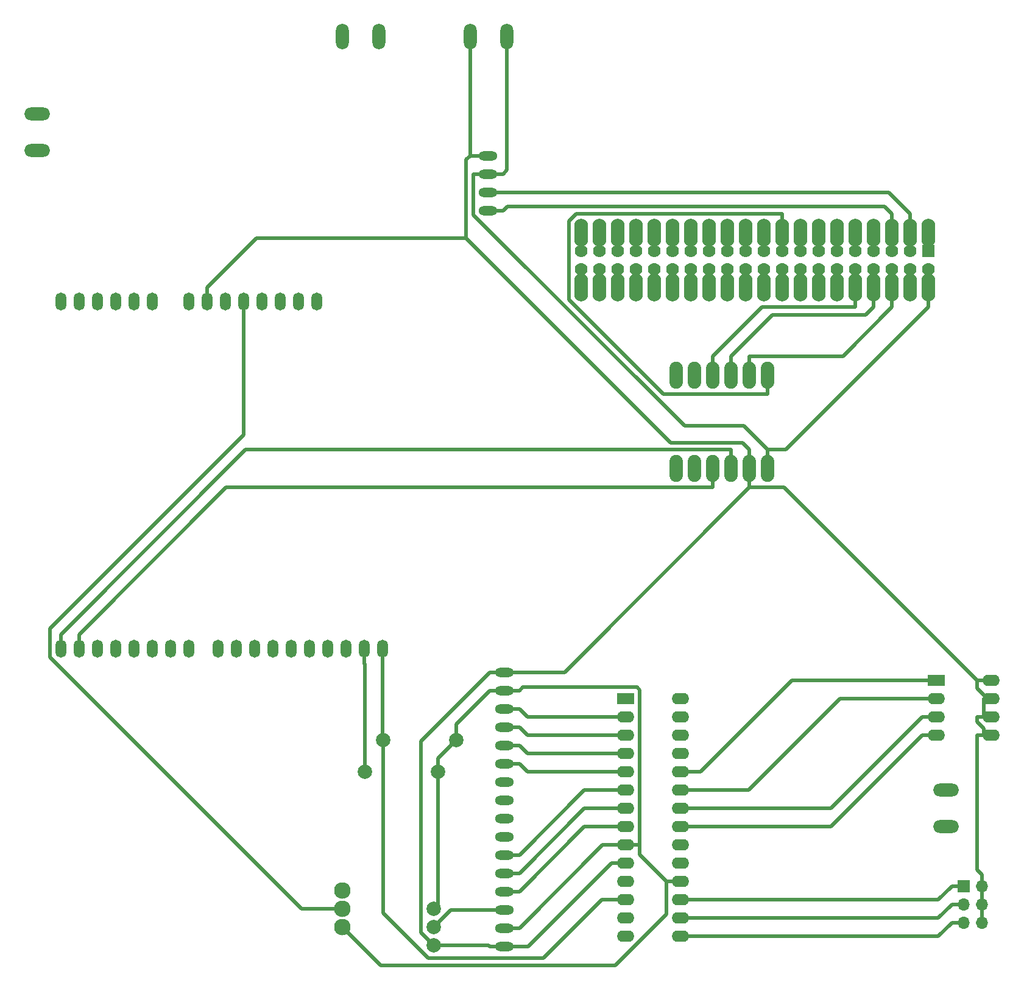
<source format=gbr>
G04 #@! TF.GenerationSoftware,KiCad,Pcbnew,5.0.2-bee76a0~70~ubuntu18.04.1*
G04 #@! TF.CreationDate,2019-01-08T12:20:38-06:00*
G04 #@! TF.ProjectId,MPPT_LCD_Pi,4d505054-5f4c-4434-945f-50692e6b6963,rev?*
G04 #@! TF.SameCoordinates,Original*
G04 #@! TF.FileFunction,Copper,L2,Bot*
G04 #@! TF.FilePolarity,Positive*
%FSLAX46Y46*%
G04 Gerber Fmt 4.6, Leading zero omitted, Abs format (unit mm)*
G04 Created by KiCad (PCBNEW 5.0.2-bee76a0~70~ubuntu18.04.1) date Tue 08 Jan 2019 12:20:38 PM CST*
%MOMM*%
%LPD*%
G01*
G04 APERTURE LIST*
G04 #@! TA.AperFunction,ComponentPad*
%ADD10O,1.930400X3.860800*%
G04 #@! TD*
G04 #@! TA.AperFunction,ComponentPad*
%ADD11C,1.778000*%
G04 #@! TD*
G04 #@! TA.AperFunction,ComponentPad*
%ADD12R,1.778000X1.778000*%
G04 #@! TD*
G04 #@! TA.AperFunction,ComponentPad*
%ADD13O,1.500000X2.500000*%
G04 #@! TD*
G04 #@! TA.AperFunction,ComponentPad*
%ADD14R,2.400000X1.600000*%
G04 #@! TD*
G04 #@! TA.AperFunction,ComponentPad*
%ADD15O,2.400000X1.600000*%
G04 #@! TD*
G04 #@! TA.AperFunction,ComponentPad*
%ADD16C,2.000000*%
G04 #@! TD*
G04 #@! TA.AperFunction,ComponentPad*
%ADD17C,2.300000*%
G04 #@! TD*
G04 #@! TA.AperFunction,ComponentPad*
%ADD18O,2.616000X1.308000*%
G04 #@! TD*
G04 #@! TA.AperFunction,ComponentPad*
%ADD19O,3.581400X1.790700*%
G04 #@! TD*
G04 #@! TA.AperFunction,ComponentPad*
%ADD20O,1.790700X3.581400*%
G04 #@! TD*
G04 #@! TA.AperFunction,ComponentPad*
%ADD21O,1.879600X3.759200*%
G04 #@! TD*
G04 #@! TA.AperFunction,ComponentPad*
%ADD22R,1.700000X1.700000*%
G04 #@! TD*
G04 #@! TA.AperFunction,ComponentPad*
%ADD23O,1.700000X1.700000*%
G04 #@! TD*
G04 #@! TA.AperFunction,Conductor*
%ADD24C,0.500000*%
G04 #@! TD*
G04 APERTURE END LIST*
D10*
G04 #@! TO.P,U$1,40_LONG*
G04 #@! TO.N,Net-(U$1-Pad40)*
X86578082Y-44478328D03*
G04 #@! TO.P,U$1,38_LONG*
G04 #@! TO.N,Net-(U$1-Pad38)*
X89118082Y-44478328D03*
G04 #@! TO.P,U$1,36_LONG*
G04 #@! TO.N,Net-(U$1-Pad36)*
X91658082Y-44478328D03*
G04 #@! TO.P,U$1,34_LONG*
G04 #@! TO.N,Net-(U$1-Pad34)*
X94198082Y-44478328D03*
G04 #@! TO.P,U$1,32_LONG*
G04 #@! TO.N,Net-(U$1-Pad32)*
X96738082Y-44478328D03*
G04 #@! TO.P,U$1,30_LONG*
G04 #@! TO.N,Net-(U$1-Pad30)*
X99278082Y-44478328D03*
G04 #@! TO.P,U$1,28_LONG*
G04 #@! TO.N,Net-(U$1-Pad28)*
X101818082Y-44478328D03*
G04 #@! TO.P,U$1,26_LONG*
G04 #@! TO.N,Net-(U$1-Pad26)*
X104358082Y-44478328D03*
G04 #@! TO.P,U$1,24_LONG*
G04 #@! TO.N,Net-(U$1-Pad24)*
X106898082Y-44478328D03*
G04 #@! TO.P,U$1,22_LONG*
G04 #@! TO.N,Net-(U$1-Pad22)*
X109438082Y-44478328D03*
G04 #@! TO.P,U$1,20_LONG*
G04 #@! TO.N,Net-(U$1-Pad20)*
X111978082Y-44478328D03*
G04 #@! TO.P,U$1,18_LONG*
G04 #@! TO.N,Net-(U$1-Pad18)*
X114518082Y-44478328D03*
G04 #@! TO.P,U$1,16_LONG*
G04 #@! TO.N,Net-(U$1-Pad16)*
X117058082Y-44478328D03*
G04 #@! TO.P,U$1,14_LONG*
G04 #@! TO.N,Net-(U$1-Pad14)*
X119598082Y-44478328D03*
G04 #@! TO.P,U$1,12_LONG*
G04 #@! TO.N,Net-(U$1-Pad12)*
X122138082Y-44478328D03*
G04 #@! TO.P,U$1,10_LONG*
G04 #@! TO.N,Net-(U$1-Pad10)*
X124678082Y-44478328D03*
G04 #@! TO.P,U$1,8_LONG*
G04 #@! TO.N,Net-(U$1-Pad8)*
X127218082Y-44478328D03*
G04 #@! TO.P,U$1,6_LONG*
G04 #@! TO.N,Net-(U$1-Pad6)*
X129758082Y-44478328D03*
G04 #@! TO.P,U$1,4_LONG*
G04 #@! TO.N,Net-(U$1-Pad4)*
X132298082Y-44478328D03*
G04 #@! TO.P,U$1,2_LONG*
G04 #@! TO.N,/5V_Pi*
X134838082Y-44478328D03*
G04 #@! TO.P,U$1,39_LONG*
G04 #@! TO.N,Net-(U$1-Pad39)*
X86578082Y-36858329D03*
G04 #@! TO.P,U$1,37_LONG*
G04 #@! TO.N,Net-(U$1-Pad37)*
X89118082Y-36858329D03*
G04 #@! TO.P,U$1,35_LONG*
G04 #@! TO.N,Net-(U$1-Pad35)*
X91658082Y-36858329D03*
G04 #@! TO.P,U$1,33_LONG*
G04 #@! TO.N,Net-(U$1-Pad33)*
X94198082Y-36858329D03*
G04 #@! TO.P,U$1,31_LONG*
G04 #@! TO.N,Net-(U$1-Pad31)*
X96738082Y-36858329D03*
G04 #@! TO.P,U$1,29_LONG*
G04 #@! TO.N,Net-(U$1-Pad29)*
X99278082Y-36858329D03*
G04 #@! TO.P,U$1,27_LONG*
G04 #@! TO.N,Net-(U$1-Pad27)*
X101818082Y-36858329D03*
G04 #@! TO.P,U$1,25_LONG*
G04 #@! TO.N,Net-(U$1-Pad25)*
X104358082Y-36858329D03*
G04 #@! TO.P,U$1,23_LONG*
G04 #@! TO.N,Net-(U$1-Pad23)*
X106898082Y-36858329D03*
G04 #@! TO.P,U$1,21_LONG*
G04 #@! TO.N,Net-(U$1-Pad21)*
X109438082Y-36858329D03*
G04 #@! TO.P,U$1,19_LONG*
G04 #@! TO.N,Net-(U$1-Pad19)*
X111978082Y-36858329D03*
G04 #@! TO.P,U$1,17_LONG*
G04 #@! TO.N,+3V3*
X114518082Y-36858329D03*
G04 #@! TO.P,U$1,15_LONG*
G04 #@! TO.N,Net-(U$1-Pad15)*
X117058082Y-36858329D03*
G04 #@! TO.P,U$1,13_LONG*
G04 #@! TO.N,Net-(U$1-Pad13)*
X119598082Y-36858329D03*
G04 #@! TO.P,U$1,11_LONG*
G04 #@! TO.N,Net-(U$1-Pad11)*
X122138082Y-36858329D03*
G04 #@! TO.P,U$1,9_LONG*
G04 #@! TO.N,Net-(U$1-Pad9)*
X124678082Y-36858329D03*
G04 #@! TO.P,U$1,7_LONG*
G04 #@! TO.N,Net-(U$1-Pad7)*
X127218082Y-36858329D03*
G04 #@! TO.P,U$1,5_LONG*
G04 #@! TO.N,Net-(U$1-Pad5)*
X129758082Y-36858329D03*
G04 #@! TO.P,U$1,3_LONG*
G04 #@! TO.N,Net-(U$1-Pad3)*
X132298082Y-36858329D03*
G04 #@! TO.P,U$1,1_LONG*
G04 #@! TO.N,Net-(U$1-Pad1)*
X134838082Y-36858329D03*
D11*
G04 #@! TO.P,U$1,40*
G04 #@! TO.N,Net-(U$1-Pad40)*
X86562650Y-41920218D03*
G04 #@! TO.P,U$1,39*
G04 #@! TO.N,Net-(U$1-Pad39)*
X86562650Y-39380219D03*
G04 #@! TO.P,U$1,38*
G04 #@! TO.N,Net-(U$1-Pad38)*
X89102650Y-41920218D03*
G04 #@! TO.P,U$1,37*
G04 #@! TO.N,Net-(U$1-Pad37)*
X89102650Y-39380219D03*
G04 #@! TO.P,U$1,36*
G04 #@! TO.N,Net-(U$1-Pad36)*
X91642650Y-41920218D03*
G04 #@! TO.P,U$1,35*
G04 #@! TO.N,Net-(U$1-Pad35)*
X91642650Y-39380219D03*
G04 #@! TO.P,U$1,34*
G04 #@! TO.N,Net-(U$1-Pad34)*
X94182650Y-41920218D03*
G04 #@! TO.P,U$1,33*
G04 #@! TO.N,Net-(U$1-Pad33)*
X94182650Y-39380219D03*
G04 #@! TO.P,U$1,32*
G04 #@! TO.N,Net-(U$1-Pad32)*
X96722650Y-41920218D03*
G04 #@! TO.P,U$1,31*
G04 #@! TO.N,Net-(U$1-Pad31)*
X96722650Y-39380219D03*
G04 #@! TO.P,U$1,30*
G04 #@! TO.N,Net-(U$1-Pad30)*
X99262650Y-41920218D03*
G04 #@! TO.P,U$1,29*
G04 #@! TO.N,Net-(U$1-Pad29)*
X99262650Y-39380219D03*
G04 #@! TO.P,U$1,28*
G04 #@! TO.N,Net-(U$1-Pad28)*
X101802650Y-41920218D03*
G04 #@! TO.P,U$1,27*
G04 #@! TO.N,Net-(U$1-Pad27)*
X101802650Y-39380219D03*
G04 #@! TO.P,U$1,26*
G04 #@! TO.N,Net-(U$1-Pad26)*
X104342650Y-41920218D03*
G04 #@! TO.P,U$1,25*
G04 #@! TO.N,Net-(U$1-Pad25)*
X104342650Y-39380219D03*
G04 #@! TO.P,U$1,24*
G04 #@! TO.N,Net-(U$1-Pad24)*
X106882650Y-41920218D03*
G04 #@! TO.P,U$1,23*
G04 #@! TO.N,Net-(U$1-Pad23)*
X106882650Y-39380219D03*
G04 #@! TO.P,U$1,22*
G04 #@! TO.N,Net-(U$1-Pad22)*
X109422650Y-41920218D03*
G04 #@! TO.P,U$1,21*
G04 #@! TO.N,Net-(U$1-Pad21)*
X109422650Y-39380219D03*
G04 #@! TO.P,U$1,20*
G04 #@! TO.N,Net-(U$1-Pad20)*
X111962650Y-41920218D03*
G04 #@! TO.P,U$1,19*
G04 #@! TO.N,Net-(U$1-Pad19)*
X111962650Y-39380219D03*
G04 #@! TO.P,U$1,18*
G04 #@! TO.N,Net-(U$1-Pad18)*
X114502650Y-41920218D03*
G04 #@! TO.P,U$1,17*
G04 #@! TO.N,+3V3*
X114502650Y-39380219D03*
G04 #@! TO.P,U$1,16*
G04 #@! TO.N,Net-(U$1-Pad16)*
X117042650Y-41920218D03*
G04 #@! TO.P,U$1,15*
G04 #@! TO.N,Net-(U$1-Pad15)*
X117042650Y-39380219D03*
G04 #@! TO.P,U$1,14*
G04 #@! TO.N,Net-(U$1-Pad14)*
X119582650Y-41920218D03*
G04 #@! TO.P,U$1,13*
G04 #@! TO.N,Net-(U$1-Pad13)*
X119582650Y-39380219D03*
G04 #@! TO.P,U$1,12*
G04 #@! TO.N,Net-(U$1-Pad12)*
X122122650Y-41920218D03*
G04 #@! TO.P,U$1,11*
G04 #@! TO.N,Net-(U$1-Pad11)*
X122122650Y-39380219D03*
G04 #@! TO.P,U$1,10*
G04 #@! TO.N,Net-(U$1-Pad10)*
X124662650Y-41920218D03*
G04 #@! TO.P,U$1,9*
G04 #@! TO.N,Net-(U$1-Pad9)*
X124662650Y-39380219D03*
G04 #@! TO.P,U$1,8*
G04 #@! TO.N,Net-(U$1-Pad8)*
X127202650Y-41920218D03*
G04 #@! TO.P,U$1,7*
G04 #@! TO.N,Net-(U$1-Pad7)*
X127202650Y-39380219D03*
G04 #@! TO.P,U$1,6*
G04 #@! TO.N,Net-(U$1-Pad6)*
X129742650Y-41920218D03*
G04 #@! TO.P,U$1,5*
G04 #@! TO.N,Net-(U$1-Pad5)*
X129742650Y-39380219D03*
G04 #@! TO.P,U$1,4*
G04 #@! TO.N,Net-(U$1-Pad4)*
X132282650Y-41920218D03*
G04 #@! TO.P,U$1,3*
G04 #@! TO.N,Net-(U$1-Pad3)*
X132282650Y-39380219D03*
G04 #@! TO.P,U$1,2*
G04 #@! TO.N,/5V_Pi*
X134822650Y-41920218D03*
D12*
G04 #@! TO.P,U$1,1*
G04 #@! TO.N,Net-(U$1-Pad1)*
X134822650Y-39380219D03*
G04 #@! TD*
D13*
G04 #@! TO.P,A1,16*
G04 #@! TO.N,Net-(A1-Pad16)*
X16745999Y-94672669D03*
G04 #@! TO.P,A1,15*
G04 #@! TO.N,Net-(A1-Pad15)*
X14205999Y-94672669D03*
G04 #@! TO.P,A1,30*
G04 #@! TO.N,Net-(A1-Pad30)*
X53825999Y-94672669D03*
G04 #@! TO.P,A1,14*
G04 #@! TO.N,Net-(A1-Pad14)*
X14205999Y-46412669D03*
G04 #@! TO.P,A1,29*
G04 #@! TO.N,Net-(A1-Pad29)*
X51285999Y-94672669D03*
G04 #@! TO.P,A1,13*
G04 #@! TO.N,Net-(A1-Pad13)*
X16745999Y-46412669D03*
G04 #@! TO.P,A1,28*
G04 #@! TO.N,Net-(A1-Pad28)*
X48745999Y-94672669D03*
G04 #@! TO.P,A1,12*
G04 #@! TO.N,Net-(A1-Pad12)*
X19285999Y-46412669D03*
G04 #@! TO.P,A1,27*
G04 #@! TO.N,Net-(A1-Pad27)*
X46205999Y-94672669D03*
G04 #@! TO.P,A1,11*
G04 #@! TO.N,Net-(A1-Pad11)*
X21825999Y-46412669D03*
G04 #@! TO.P,A1,26*
G04 #@! TO.N,Net-(A1-Pad26)*
X43665999Y-94672669D03*
G04 #@! TO.P,A1,10*
G04 #@! TO.N,Net-(A1-Pad10)*
X24365999Y-46412669D03*
G04 #@! TO.P,A1,25*
G04 #@! TO.N,Net-(A1-Pad25)*
X41125999Y-94672669D03*
G04 #@! TO.P,A1,9*
G04 #@! TO.N,Net-(A1-Pad9)*
X26905999Y-46412669D03*
G04 #@! TO.P,A1,24*
G04 #@! TO.N,Net-(A1-Pad24)*
X38585999Y-94672669D03*
G04 #@! TO.P,A1,8*
G04 #@! TO.N,Net-(A1-Pad8)*
X31985999Y-46412669D03*
G04 #@! TO.P,A1,23*
G04 #@! TO.N,Net-(A1-Pad23)*
X36045999Y-94672669D03*
G04 #@! TO.P,A1,7*
G04 #@! TO.N,GND*
X34525999Y-46412669D03*
G04 #@! TO.P,A1,22*
G04 #@! TO.N,Net-(A1-Pad22)*
X31985999Y-94672669D03*
G04 #@! TO.P,A1,6*
G04 #@! TO.N,Net-(A1-Pad6)*
X37065999Y-46412669D03*
G04 #@! TO.P,A1,21*
G04 #@! TO.N,Net-(A1-Pad21)*
X29445999Y-94672669D03*
G04 #@! TO.P,A1,5*
G04 #@! TO.N,Net-(A1-Pad5)*
X39605999Y-46412669D03*
G04 #@! TO.P,A1,20*
G04 #@! TO.N,Net-(A1-Pad20)*
X26905999Y-94672669D03*
G04 #@! TO.P,A1,4*
G04 #@! TO.N,Net-(A1-Pad4)*
X42145999Y-46412669D03*
G04 #@! TO.P,A1,19*
G04 #@! TO.N,Net-(A1-Pad19)*
X24365999Y-94672669D03*
G04 #@! TO.P,A1,3*
G04 #@! TO.N,Net-(A1-Pad3)*
X44685999Y-46412669D03*
G04 #@! TO.P,A1,18*
G04 #@! TO.N,Net-(A1-Pad18)*
X21825999Y-94672669D03*
G04 #@! TO.P,A1,2*
G04 #@! TO.N,Net-(A1-Pad2)*
X47225999Y-46412669D03*
G04 #@! TO.P,A1,17*
G04 #@! TO.N,Net-(A1-Pad17)*
X19285999Y-94672669D03*
G04 #@! TO.P,A1,1*
G04 #@! TO.N,Net-(A1-Pad1)*
X49765999Y-46412669D03*
G04 #@! TO.P,A1,31*
G04 #@! TO.N,Net-(A1-Pad31)*
X56365999Y-94672669D03*
G04 #@! TO.P,A1,32*
G04 #@! TO.N,Net-(A1-Pad32)*
X58905999Y-94672669D03*
G04 #@! TD*
D14*
G04 #@! TO.P,IC1,1*
G04 #@! TO.N,Net-(IC1-Pad1)*
X92710000Y-101600000D03*
D15*
G04 #@! TO.P,IC1,15*
G04 #@! TO.N,Net-(IC1-Pad15)*
X100330000Y-134620000D03*
G04 #@! TO.P,IC1,2*
G04 #@! TO.N,Net-(IC1-Pad2)*
X92710000Y-104140000D03*
G04 #@! TO.P,IC1,16*
G04 #@! TO.N,Net-(IC1-Pad16)*
X100330000Y-132080000D03*
G04 #@! TO.P,IC1,3*
G04 #@! TO.N,Net-(IC1-Pad3)*
X92710000Y-106680000D03*
G04 #@! TO.P,IC1,17*
G04 #@! TO.N,Net-(IC1-Pad17)*
X100330000Y-129540000D03*
G04 #@! TO.P,IC1,4*
G04 #@! TO.N,Net-(IC1-Pad4)*
X92710000Y-109220000D03*
G04 #@! TO.P,IC1,18*
G04 #@! TO.N,+5V*
X100330000Y-127000000D03*
G04 #@! TO.P,IC1,5*
G04 #@! TO.N,Net-(IC1-Pad5)*
X92710000Y-111760000D03*
G04 #@! TO.P,IC1,19*
G04 #@! TO.N,Net-(IC1-Pad19)*
X100330000Y-124460000D03*
G04 #@! TO.P,IC1,6*
G04 #@! TO.N,Net-(IC1-Pad6)*
X92710000Y-114300000D03*
G04 #@! TO.P,IC1,20*
G04 #@! TO.N,Net-(IC1-Pad20)*
X100330000Y-121920000D03*
G04 #@! TO.P,IC1,7*
G04 #@! TO.N,Net-(IC1-Pad7)*
X92710000Y-116840000D03*
G04 #@! TO.P,IC1,21*
G04 #@! TO.N,Net-(IC1-Pad21)*
X100330000Y-119380000D03*
G04 #@! TO.P,IC1,8*
G04 #@! TO.N,Net-(IC1-Pad8)*
X92710000Y-119380000D03*
G04 #@! TO.P,IC1,22*
G04 #@! TO.N,Net-(IC1-Pad22)*
X100330000Y-116840000D03*
G04 #@! TO.P,IC1,9*
G04 #@! TO.N,+5V*
X92710000Y-121920000D03*
G04 #@! TO.P,IC1,23*
G04 #@! TO.N,Net-(IC1-Pad23)*
X100330000Y-114300000D03*
G04 #@! TO.P,IC1,10*
G04 #@! TO.N,GND*
X92710000Y-124460000D03*
G04 #@! TO.P,IC1,24*
G04 #@! TO.N,Net-(IC1-Pad24)*
X100330000Y-111760000D03*
G04 #@! TO.P,IC1,11*
G04 #@! TO.N,N/C*
X92710000Y-127000000D03*
G04 #@! TO.P,IC1,25*
G04 #@! TO.N,Net-(IC1-Pad25)*
X100330000Y-109220000D03*
G04 #@! TO.P,IC1,12*
G04 #@! TO.N,Net-(A1-Pad32)*
X92710000Y-129540000D03*
G04 #@! TO.P,IC1,26*
G04 #@! TO.N,Net-(IC1-Pad26)*
X100330000Y-106680000D03*
G04 #@! TO.P,IC1,13*
G04 #@! TO.N,Net-(IC1-Pad13)*
X92710000Y-132080000D03*
G04 #@! TO.P,IC1,27*
G04 #@! TO.N,Net-(IC1-Pad27)*
X100330000Y-104140000D03*
G04 #@! TO.P,IC1,14*
G04 #@! TO.N,N/C*
X92710000Y-134620000D03*
G04 #@! TO.P,IC1,28*
G04 #@! TO.N,Net-(IC1-Pad28)*
X100330000Y-101600000D03*
G04 #@! TD*
D14*
G04 #@! TO.P,SW1,1*
G04 #@! TO.N,Net-(IC1-Pad24)*
X135890000Y-99060000D03*
D15*
G04 #@! TO.P,SW1,5*
G04 #@! TO.N,GND*
X143510000Y-106680000D03*
G04 #@! TO.P,SW1,2*
G04 #@! TO.N,Net-(IC1-Pad23)*
X135890000Y-101600000D03*
G04 #@! TO.P,SW1,6*
G04 #@! TO.N,GND*
X143510000Y-104140000D03*
G04 #@! TO.P,SW1,3*
G04 #@! TO.N,Net-(IC1-Pad22)*
X135890000Y-104140000D03*
G04 #@! TO.P,SW1,7*
G04 #@! TO.N,GND*
X143510000Y-101600000D03*
G04 #@! TO.P,SW1,4*
G04 #@! TO.N,Net-(IC1-Pad21)*
X135890000Y-106680000D03*
G04 #@! TO.P,SW1,8*
G04 #@! TO.N,GND*
X143510000Y-99060000D03*
G04 #@! TD*
D16*
G04 #@! TO.P,TM1,1*
G04 #@! TO.N,GND*
X66040000Y-135890000D03*
G04 #@! TO.P,TM1,2*
G04 #@! TO.N,Net-(TM1-Pad2)*
X66040000Y-133350000D03*
G04 #@! TO.P,TM1,3*
G04 #@! TO.N,+5V*
X66040000Y-130810000D03*
G04 #@! TD*
D17*
G04 #@! TO.P,SW2,3*
G04 #@! TO.N,Net-(SW2-Pad3)*
X53340000Y-128270000D03*
G04 #@! TO.P,SW2,2*
G04 #@! TO.N,Net-(A1-Pad5)*
X53340000Y-130810000D03*
G04 #@! TO.P,SW2,1*
G04 #@! TO.N,+5V*
X53340000Y-133350000D03*
G04 #@! TD*
D18*
G04 #@! TO.P,X1,VCC*
G04 #@! TO.N,/5V_Pi*
X73620000Y-28650000D03*
G04 #@! TO.P,X1,GND*
G04 #@! TO.N,GND*
X73620000Y-26110000D03*
G04 #@! TO.P,X1,SCL*
G04 #@! TO.N,Net-(U$1-Pad5)*
X73620000Y-33730000D03*
G04 #@! TO.P,X1,SDA*
G04 #@! TO.N,Net-(U$1-Pad3)*
X73620000Y-31190000D03*
G04 #@! TD*
G04 #@! TO.P,X2,16*
G04 #@! TO.N,GND*
X75890000Y-97950000D03*
G04 #@! TO.P,X2,15*
G04 #@! TO.N,+5V*
X75890000Y-100490000D03*
G04 #@! TO.P,X2,14*
G04 #@! TO.N,Net-(IC1-Pad2)*
X75890000Y-103030000D03*
G04 #@! TO.P,X2,13*
G04 #@! TO.N,Net-(IC1-Pad3)*
X75890000Y-105570000D03*
G04 #@! TO.P,X2,12*
G04 #@! TO.N,Net-(IC1-Pad4)*
X75890000Y-108110000D03*
G04 #@! TO.P,X2,11*
G04 #@! TO.N,Net-(IC1-Pad5)*
X75890000Y-110650000D03*
G04 #@! TO.P,X2,10*
G04 #@! TO.N,Net-(X2-Pad10)*
X75890000Y-113190000D03*
G04 #@! TO.P,X2,9*
G04 #@! TO.N,Net-(X2-Pad9)*
X75890000Y-115730000D03*
G04 #@! TO.P,X2,8*
G04 #@! TO.N,Net-(X2-Pad8)*
X75890000Y-118270000D03*
G04 #@! TO.P,X2,7*
G04 #@! TO.N,Net-(X2-Pad7)*
X75890000Y-120810000D03*
G04 #@! TO.P,X2,6*
G04 #@! TO.N,Net-(IC1-Pad6)*
X75890000Y-123350000D03*
G04 #@! TO.P,X2,5*
G04 #@! TO.N,Net-(IC1-Pad7)*
X75890000Y-125890000D03*
G04 #@! TO.P,X2,4*
G04 #@! TO.N,Net-(IC1-Pad8)*
X75890000Y-128430000D03*
G04 #@! TO.P,X2,3*
G04 #@! TO.N,Net-(TM1-Pad2)*
X75890000Y-130970000D03*
G04 #@! TO.P,X2,2*
G04 #@! TO.N,+5V*
X75890000Y-133510000D03*
G04 #@! TO.P,X2,1*
G04 #@! TO.N,GND*
X75890000Y-136050000D03*
G04 #@! TD*
D19*
G04 #@! TO.P,U1,1*
G04 #@! TO.N,Net-(U1-Pad1)*
X10947400Y-25400000D03*
G04 #@! TO.P,U1,2*
G04 #@! TO.N,Net-(U1-Pad2)*
X10947400Y-20320000D03*
G04 #@! TD*
D20*
G04 #@! TO.P,U2,2*
G04 #@! TO.N,Net-(U2-Pad2)*
X58420000Y-9525000D03*
G04 #@! TO.P,U2,1*
G04 #@! TO.N,Net-(U2-Pad1)*
X53340000Y-9525000D03*
G04 #@! TD*
D19*
G04 #@! TO.P,U4,2*
G04 #@! TO.N,Net-(U4-Pad2)*
X137287000Y-119380000D03*
G04 #@! TO.P,U4,1*
G04 #@! TO.N,Net-(U4-Pad1)*
X137287000Y-114300000D03*
G04 #@! TD*
D20*
G04 #@! TO.P,U5,2*
G04 #@! TO.N,/5V_Pi*
X76200000Y-9525000D03*
G04 #@! TO.P,U5,1*
G04 #@! TO.N,GND*
X71120000Y-9525000D03*
G04 #@! TD*
D21*
G04 #@! TO.P,U$2,3*
G04 #@! TO.N,Net-(U$1-Pad8)*
X107407809Y-56616756D03*
G04 #@! TO.P,U$2,4*
G04 #@! TO.N,Net-(U$1-Pad10)*
X104867809Y-56616756D03*
G04 #@! TO.P,U$2,5*
G04 #@! TO.N,LV3*
X102327809Y-56616756D03*
G04 #@! TO.P,U$2,6*
G04 #@! TO.N,LV4*
X99787809Y-56616756D03*
G04 #@! TO.P,U$2,2*
G04 #@! TO.N,Net-(U$1-Pad6)*
X109947809Y-56616756D03*
G04 #@! TO.P,U$2,1*
G04 #@! TO.N,+3V3*
X112487809Y-56616756D03*
G04 #@! TO.P,U$2,10*
G04 #@! TO.N,Net-(A1-Pad15)*
X107407809Y-69616756D03*
G04 #@! TO.P,U$2,9*
G04 #@! TO.N,Net-(A1-Pad16)*
X104867809Y-69616756D03*
G04 #@! TO.P,U$2,8*
G04 #@! TO.N,Net-(U$2-Pad8)*
X102327809Y-69616756D03*
G04 #@! TO.P,U$2,7*
G04 #@! TO.N,Net-(U$2-Pad7)*
X99787809Y-69616756D03*
G04 #@! TO.P,U$2,11*
G04 #@! TO.N,GND*
X109947809Y-69616756D03*
G04 #@! TO.P,U$2,12*
G04 #@! TO.N,/5V_Pi*
X112487809Y-69616756D03*
G04 #@! TD*
D16*
G04 #@! TO.P,R1,2*
G04 #@! TO.N,Net-(A1-Pad31)*
X56515000Y-111760000D03*
G04 #@! TO.P,R1,1*
G04 #@! TO.N,+5V*
X66675000Y-111760000D03*
G04 #@! TD*
G04 #@! TO.P,R2,1*
G04 #@! TO.N,+5V*
X69215000Y-107315000D03*
G04 #@! TO.P,R2,2*
G04 #@! TO.N,Net-(A1-Pad32)*
X59055000Y-107315000D03*
G04 #@! TD*
D22*
G04 #@! TO.P,J1,1*
G04 #@! TO.N,Net-(IC1-Pad17)*
X139700000Y-127635000D03*
D23*
G04 #@! TO.P,J1,2*
G04 #@! TO.N,GND*
X142240000Y-127635000D03*
G04 #@! TO.P,J1,3*
G04 #@! TO.N,Net-(IC1-Pad16)*
X139700000Y-130175000D03*
G04 #@! TO.P,J1,4*
G04 #@! TO.N,GND*
X142240000Y-130175000D03*
G04 #@! TO.P,J1,5*
G04 #@! TO.N,Net-(IC1-Pad15)*
X139700000Y-132715000D03*
G04 #@! TO.P,J1,6*
G04 #@! TO.N,GND*
X142240000Y-132715000D03*
G04 #@! TD*
D24*
G04 #@! TO.N,GND*
X75890000Y-97950000D02*
X84244500Y-97950000D01*
X84244500Y-97950000D02*
X109947800Y-72246700D01*
X75586300Y-97950000D02*
X75890000Y-97950000D01*
X109947800Y-69616800D02*
X109947800Y-72246700D01*
X109947800Y-72246700D02*
X114746400Y-72246700D01*
X114746400Y-72246700D02*
X141559700Y-99060000D01*
X109947800Y-69575500D02*
X109947800Y-69616800D01*
X109947800Y-69575500D02*
X109947800Y-66986900D01*
X143510000Y-99060000D02*
X141559700Y-99060000D01*
X143022500Y-101600000D02*
X141559700Y-100137200D01*
X141559700Y-100137200D02*
X141559700Y-99060000D01*
X143022500Y-101600000D02*
X142534900Y-101600000D01*
X143510000Y-101600000D02*
X143022500Y-101600000D01*
X70561400Y-37562900D02*
X41375500Y-37562900D01*
X41375500Y-37562900D02*
X34526000Y-44412400D01*
X109947800Y-66986900D02*
X108947400Y-65986500D01*
X108947400Y-65986500D02*
X98985000Y-65986500D01*
X98985000Y-65986500D02*
X70561400Y-37562900D01*
X71120000Y-26110000D02*
X70561400Y-26668600D01*
X70561400Y-26668600D02*
X70561400Y-37562900D01*
X34526000Y-46412700D02*
X34526000Y-44412400D01*
X71120000Y-26110000D02*
X71561700Y-26110000D01*
X71120000Y-26110000D02*
X71120000Y-12066100D01*
X71120000Y-9525000D02*
X71120000Y-12066100D01*
X75586300Y-97950000D02*
X73831700Y-97950000D01*
X142534900Y-104140000D02*
X141559700Y-104140000D01*
X143510000Y-104140000D02*
X142534900Y-104140000D01*
X142534900Y-101600000D02*
X142534900Y-104140000D01*
X142534900Y-106680000D02*
X142534900Y-105757300D01*
X142534900Y-105757300D02*
X142534800Y-105757300D01*
X142534800Y-105757300D02*
X141559700Y-104782200D01*
X141559700Y-104782200D02*
X141559700Y-104140000D01*
X142534900Y-106680000D02*
X141559700Y-106680000D01*
X143510000Y-106680000D02*
X142534900Y-106680000D01*
X90759700Y-124460000D02*
X79169700Y-136050000D01*
X79169700Y-136050000D02*
X75890000Y-136050000D01*
X66040000Y-135890000D02*
X73671700Y-135890000D01*
X73671700Y-135890000D02*
X73831700Y-136050000D01*
X73831700Y-97950000D02*
X64275900Y-107505800D01*
X64275900Y-107505800D02*
X64275900Y-134125900D01*
X64275900Y-134125900D02*
X66040000Y-135890000D01*
X75890000Y-136050000D02*
X73831700Y-136050000D01*
X92710000Y-124460000D02*
X90759700Y-124460000D01*
X73620000Y-26110000D02*
X71561700Y-26110000D01*
X142240000Y-127635000D02*
X142240000Y-126034700D01*
X142240000Y-126034700D02*
X141559700Y-125354400D01*
X141559700Y-125354400D02*
X141559700Y-106680000D01*
X142240000Y-130175000D02*
X142240000Y-127635000D01*
X142240000Y-132715000D02*
X142240000Y-130175000D01*
G04 #@! TO.N,Net-(IC1-Pad24)*
X135890000Y-99060000D02*
X115870200Y-99060000D01*
X115870200Y-99060000D02*
X103170200Y-111760000D01*
X103170200Y-111760000D02*
X100330000Y-111760000D01*
G04 #@! TO.N,Net-(IC1-Pad23)*
X100330000Y-114300000D02*
X109834500Y-114300000D01*
X109834500Y-114300000D02*
X122534500Y-101600000D01*
X122534500Y-101600000D02*
X135890000Y-101600000D01*
G04 #@! TO.N,Net-(IC1-Pad22)*
X135890000Y-104140000D02*
X133939700Y-104140000D01*
X133939700Y-104140000D02*
X121239700Y-116840000D01*
X121239700Y-116840000D02*
X100330000Y-116840000D01*
G04 #@! TO.N,Net-(IC1-Pad21)*
X135890000Y-106680000D02*
X133939700Y-106680000D01*
X133939700Y-106680000D02*
X121239700Y-119380000D01*
X121239700Y-119380000D02*
X100330000Y-119380000D01*
G04 #@! TO.N,Net-(IC1-Pad6)*
X75890000Y-123350000D02*
X77948400Y-123350000D01*
X77948400Y-123350000D02*
X86998400Y-114300000D01*
X86998400Y-114300000D02*
X92710000Y-114300000D01*
G04 #@! TO.N,Net-(IC1-Pad5)*
X75890000Y-110650000D02*
X77948300Y-110650000D01*
X77948300Y-110650000D02*
X79058300Y-111760000D01*
X79058300Y-111760000D02*
X92710000Y-111760000D01*
G04 #@! TO.N,Net-(IC1-Pad4)*
X75890000Y-108110000D02*
X77948300Y-108110000D01*
X77948300Y-108110000D02*
X79058300Y-109220000D01*
X79058300Y-109220000D02*
X92710000Y-109220000D01*
G04 #@! TO.N,Net-(IC1-Pad3)*
X75890000Y-105570000D02*
X77948300Y-105570000D01*
X77948300Y-105570000D02*
X79058300Y-106680000D01*
X79058300Y-106680000D02*
X92710000Y-106680000D01*
G04 #@! TO.N,Net-(IC1-Pad2)*
X75890000Y-103030000D02*
X77948300Y-103030000D01*
X77948300Y-103030000D02*
X79058300Y-104140000D01*
X79058300Y-104140000D02*
X92710000Y-104140000D01*
G04 #@! TO.N,Net-(TM1-Pad2)*
X75890000Y-130970000D02*
X68420000Y-130970000D01*
X68420000Y-130970000D02*
X66040000Y-133350000D01*
G04 #@! TO.N,Net-(A1-Pad16)*
X16746000Y-92672400D02*
X37171700Y-72246700D01*
X37171700Y-72246700D02*
X104867800Y-72246700D01*
X16746000Y-94672700D02*
X16746000Y-92672400D01*
X104867800Y-69616800D02*
X104867800Y-72246700D01*
G04 #@! TO.N,Net-(A1-Pad15)*
X107407800Y-69616800D02*
X107407800Y-66986900D01*
X14206000Y-94672700D02*
X14206000Y-92672400D01*
X107407800Y-66986900D02*
X39891500Y-66986900D01*
X39891500Y-66986900D02*
X14206000Y-92672400D01*
G04 #@! TO.N,Net-(A1-Pad31)*
X56366000Y-94672700D02*
X56366000Y-96673000D01*
X56515000Y-111760000D02*
X56515000Y-96822000D01*
X56515000Y-96822000D02*
X56366000Y-96673000D01*
G04 #@! TO.N,Net-(A1-Pad32)*
X59055000Y-107315000D02*
X59055000Y-131402500D01*
X59055000Y-131402500D02*
X65297200Y-137644700D01*
X65297200Y-137644700D02*
X81270900Y-137644700D01*
X81270900Y-137644700D02*
X89375600Y-129540000D01*
X89375600Y-129540000D02*
X92710000Y-129540000D01*
X58906000Y-94672700D02*
X58906000Y-107166000D01*
X58906000Y-107166000D02*
X59055000Y-107315000D01*
G04 #@! TO.N,+5V*
X69215000Y-107315000D02*
X69215000Y-105106700D01*
X69215000Y-105106700D02*
X73831700Y-100490000D01*
X69215000Y-107315000D02*
X66675000Y-109855000D01*
X66675000Y-109855000D02*
X66675000Y-111760000D01*
X75890000Y-100490000D02*
X73831700Y-100490000D01*
X53340000Y-133350000D02*
X58686500Y-138696500D01*
X58686500Y-138696500D02*
X91250800Y-138696500D01*
X91250800Y-138696500D02*
X98379700Y-131567600D01*
X98379700Y-131567600D02*
X98379700Y-127000000D01*
X75890000Y-100490000D02*
X77948300Y-100490000D01*
X77948300Y-100490000D02*
X78425500Y-100012800D01*
X78425500Y-100012800D02*
X94305500Y-100012800D01*
X94305500Y-100012800D02*
X94660300Y-100367600D01*
X94660300Y-100367600D02*
X94660300Y-121920000D01*
X92710000Y-121920000D02*
X94660300Y-121920000D01*
X94660300Y-121920000D02*
X94660300Y-123280600D01*
X94660300Y-123280600D02*
X98379700Y-127000000D01*
X91734900Y-121920000D02*
X92710000Y-121920000D01*
X91734900Y-121920000D02*
X90759700Y-121920000D01*
X100330000Y-127000000D02*
X98379700Y-127000000D01*
X66675000Y-111760000D02*
X66675000Y-130175000D01*
X66675000Y-130175000D02*
X66040000Y-130810000D01*
X90759700Y-121920000D02*
X89538300Y-121920000D01*
X89538300Y-121920000D02*
X77948300Y-133510000D01*
X75890000Y-133510000D02*
X77948300Y-133510000D01*
G04 #@! TO.N,Net-(U$1-Pad40)*
X86562700Y-41920200D02*
X86578100Y-41935600D01*
X86578100Y-41935600D02*
X86578100Y-44478300D01*
G04 #@! TO.N,Net-(U$1-Pad38)*
X89102700Y-41920200D02*
X89118100Y-41935600D01*
X89118100Y-41935600D02*
X89118100Y-44478300D01*
G04 #@! TO.N,Net-(U$1-Pad36)*
X91642700Y-41920200D02*
X91658100Y-41935600D01*
X91658100Y-41935600D02*
X91658100Y-44478300D01*
G04 #@! TO.N,Net-(U$1-Pad34)*
X94182700Y-41920200D02*
X94198100Y-41935600D01*
X94198100Y-41935600D02*
X94198100Y-44478300D01*
G04 #@! TO.N,Net-(U$1-Pad32)*
X96722700Y-41920200D02*
X96738100Y-41935600D01*
X96738100Y-41935600D02*
X96738100Y-44478300D01*
G04 #@! TO.N,Net-(U$1-Pad30)*
X99262700Y-41920200D02*
X99278100Y-41935600D01*
X99278100Y-41935600D02*
X99278100Y-44478300D01*
G04 #@! TO.N,Net-(U$1-Pad28)*
X101802700Y-41920200D02*
X101818100Y-41935600D01*
X101818100Y-41935600D02*
X101818100Y-44478300D01*
G04 #@! TO.N,Net-(U$1-Pad26)*
X104342700Y-41920200D02*
X104358100Y-41935600D01*
X104358100Y-41935600D02*
X104358100Y-44478300D01*
G04 #@! TO.N,Net-(U$1-Pad24)*
X106882700Y-41920200D02*
X106898100Y-41935600D01*
X106898100Y-41935600D02*
X106898100Y-44478300D01*
G04 #@! TO.N,Net-(U$1-Pad22)*
X109422700Y-41920200D02*
X109438100Y-41935600D01*
X109438100Y-41935600D02*
X109438100Y-44478300D01*
G04 #@! TO.N,Net-(U$1-Pad20)*
X111962700Y-41920200D02*
X111978100Y-41935600D01*
X111978100Y-41935600D02*
X111978100Y-44478300D01*
G04 #@! TO.N,Net-(U$1-Pad18)*
X114502700Y-41920200D02*
X114518100Y-41935600D01*
X114518100Y-41935600D02*
X114518100Y-44478300D01*
G04 #@! TO.N,Net-(U$1-Pad16)*
X117042700Y-41920200D02*
X117058100Y-41935600D01*
X117058100Y-41935600D02*
X117058100Y-44478300D01*
G04 #@! TO.N,Net-(U$1-Pad14)*
X119582700Y-41920200D02*
X119598100Y-41935600D01*
X119598100Y-41935600D02*
X119598100Y-44478300D01*
G04 #@! TO.N,Net-(U$1-Pad12)*
X122122700Y-41920200D02*
X122138100Y-41935600D01*
X122138100Y-41935600D02*
X122138100Y-44478300D01*
G04 #@! TO.N,Net-(U$1-Pad10)*
X124662600Y-41920200D02*
X124678100Y-41935700D01*
X124678100Y-41935700D02*
X124678100Y-44478300D01*
X124678100Y-44478300D02*
X124678100Y-47159000D01*
X104867800Y-56616800D02*
X104867800Y-53986900D01*
X104867800Y-53986900D02*
X111695700Y-47159000D01*
X111695700Y-47159000D02*
X124678100Y-47159000D01*
G04 #@! TO.N,Net-(U$1-Pad8)*
X127202600Y-41920200D02*
X127218100Y-41935700D01*
X127218100Y-41935700D02*
X127218100Y-44478300D01*
X127218100Y-44478300D02*
X127218100Y-47159000D01*
X107407800Y-56616800D02*
X107407800Y-53986900D01*
X107407800Y-53986900D02*
X113110400Y-48284300D01*
X113110400Y-48284300D02*
X126092800Y-48284300D01*
X126092800Y-48284300D02*
X127218100Y-47159000D01*
G04 #@! TO.N,Net-(U$1-Pad6)*
X129742600Y-41920200D02*
X129758100Y-41935700D01*
X129758100Y-41935700D02*
X129758100Y-44478300D01*
X129758100Y-44478300D02*
X129758100Y-47159000D01*
X109947800Y-56616800D02*
X109947800Y-53986900D01*
X109947800Y-53986900D02*
X122930200Y-53986900D01*
X122930200Y-53986900D02*
X129758100Y-47159000D01*
G04 #@! TO.N,Net-(U$1-Pad4)*
X132282600Y-41920200D02*
X132298100Y-41935700D01*
X132298100Y-41935700D02*
X132298100Y-44478300D01*
G04 #@! TO.N,Net-(U$1-Pad39)*
X86562700Y-39380200D02*
X86578100Y-39364800D01*
X86578100Y-39364800D02*
X86578100Y-36858300D01*
G04 #@! TO.N,Net-(U$1-Pad37)*
X89102700Y-39380200D02*
X89118100Y-39364800D01*
X89118100Y-39364800D02*
X89118100Y-36858300D01*
G04 #@! TO.N,Net-(U$1-Pad35)*
X91642700Y-39380200D02*
X91658100Y-39364800D01*
X91658100Y-39364800D02*
X91658100Y-36858300D01*
G04 #@! TO.N,Net-(U$1-Pad33)*
X94182700Y-39380200D02*
X94198100Y-39364800D01*
X94198100Y-39364800D02*
X94198100Y-36858300D01*
G04 #@! TO.N,Net-(U$1-Pad31)*
X96722700Y-39380200D02*
X96738100Y-39364800D01*
X96738100Y-39364800D02*
X96738100Y-36858300D01*
G04 #@! TO.N,Net-(U$1-Pad29)*
X99262700Y-39380200D02*
X99278100Y-39364800D01*
X99278100Y-39364800D02*
X99278100Y-36858300D01*
G04 #@! TO.N,Net-(U$1-Pad27)*
X101802700Y-39380200D02*
X101818100Y-39364800D01*
X101818100Y-39364800D02*
X101818100Y-36858300D01*
G04 #@! TO.N,Net-(U$1-Pad25)*
X104342700Y-39380200D02*
X104358100Y-39364800D01*
X104358100Y-39364800D02*
X104358100Y-36858300D01*
G04 #@! TO.N,Net-(U$1-Pad23)*
X106882700Y-39380200D02*
X106898100Y-39364800D01*
X106898100Y-39364800D02*
X106898100Y-36858300D01*
G04 #@! TO.N,Net-(U$1-Pad21)*
X109422700Y-39380200D02*
X109438100Y-39364800D01*
X109438100Y-39364800D02*
X109438100Y-36858300D01*
G04 #@! TO.N,Net-(U$1-Pad19)*
X111962700Y-39380200D02*
X111978100Y-39364800D01*
X111978100Y-39364800D02*
X111978100Y-36858300D01*
G04 #@! TO.N,+3V3*
X114502700Y-39380200D02*
X114518100Y-39364800D01*
X114518100Y-39364800D02*
X114518100Y-36858300D01*
X114518100Y-36858300D02*
X114518100Y-34177600D01*
X112487800Y-56616800D02*
X112487800Y-59246700D01*
X112487800Y-59246700D02*
X97943100Y-59246700D01*
X97943100Y-59246700D02*
X84815100Y-46118700D01*
X84815100Y-46118700D02*
X84815100Y-35222000D01*
X84815100Y-35222000D02*
X85859500Y-34177600D01*
X85859500Y-34177600D02*
X114518100Y-34177600D01*
G04 #@! TO.N,Net-(U$1-Pad15)*
X117042700Y-39380200D02*
X117058100Y-39364800D01*
X117058100Y-39364800D02*
X117058100Y-36858300D01*
G04 #@! TO.N,Net-(U$1-Pad13)*
X119582700Y-39380200D02*
X119598100Y-39364800D01*
X119598100Y-39364800D02*
X119598100Y-36858300D01*
G04 #@! TO.N,Net-(U$1-Pad11)*
X122122700Y-39380200D02*
X122138100Y-39364800D01*
X122138100Y-39364800D02*
X122138100Y-36858300D01*
G04 #@! TO.N,Net-(U$1-Pad9)*
X124662600Y-39380200D02*
X124678100Y-39364700D01*
X124678100Y-39364700D02*
X124678100Y-36858300D01*
G04 #@! TO.N,Net-(U$1-Pad7)*
X127202600Y-39380200D02*
X127218100Y-39364700D01*
X127218100Y-39364700D02*
X127218100Y-36858300D01*
G04 #@! TO.N,Net-(U$1-Pad5)*
X129742600Y-39380200D02*
X129758100Y-39364700D01*
X129758100Y-39364700D02*
X129758100Y-36858300D01*
X129758100Y-36858300D02*
X129758100Y-34177600D01*
X73620000Y-33730000D02*
X75678300Y-33730000D01*
X75678300Y-33730000D02*
X76260000Y-33148300D01*
X76260000Y-33148300D02*
X128728800Y-33148300D01*
X128728800Y-33148300D02*
X129758100Y-34177600D01*
G04 #@! TO.N,Net-(U$1-Pad3)*
X132298100Y-36858300D02*
X132298100Y-34177600D01*
X73620000Y-31190000D02*
X129310500Y-31190000D01*
X129310500Y-31190000D02*
X132298100Y-34177600D01*
X132282600Y-39380200D02*
X132298100Y-39364700D01*
X132298100Y-39364700D02*
X132298100Y-36858300D01*
G04 #@! TO.N,Net-(A1-Pad5)*
X53340000Y-130810000D02*
X47677100Y-130810000D01*
X47677100Y-130810000D02*
X12704600Y-95837500D01*
X12704600Y-95837500D02*
X12704600Y-91848300D01*
X12704600Y-91848300D02*
X39606000Y-64946900D01*
X39606000Y-64946900D02*
X39606000Y-46412700D01*
G04 #@! TO.N,Net-(IC1-Pad7)*
X77948300Y-125890000D02*
X86998300Y-116840000D01*
X86998300Y-116840000D02*
X92710000Y-116840000D01*
X75890000Y-125890000D02*
X77948300Y-125890000D01*
G04 #@! TO.N,Net-(IC1-Pad8)*
X75890000Y-128430000D02*
X77948300Y-128430000D01*
X77948300Y-128430000D02*
X86998300Y-119380000D01*
X86998300Y-119380000D02*
X92710000Y-119380000D01*
G04 #@! TO.N,Net-(U$1-Pad1)*
X134822600Y-39380200D02*
X134822600Y-37740900D01*
X134822600Y-37740900D02*
X134838100Y-37725400D01*
X134838100Y-37725400D02*
X134838100Y-36858300D01*
G04 #@! TO.N,/5V_Pi*
X112487800Y-66986900D02*
X109171000Y-63670100D01*
X109171000Y-63670100D02*
X100907900Y-63670100D01*
X100907900Y-63670100D02*
X71561700Y-34323900D01*
X71561700Y-34323900D02*
X71561700Y-28650000D01*
X73620000Y-28650000D02*
X75678300Y-28650000D01*
X75678300Y-28650000D02*
X76200000Y-28128300D01*
X76200000Y-28128300D02*
X76200000Y-9525000D01*
X73316300Y-28650000D02*
X73620000Y-28650000D01*
X73316300Y-28650000D02*
X71561700Y-28650000D01*
X134838100Y-44478300D02*
X134838100Y-47159000D01*
X112487800Y-69616800D02*
X112487800Y-66986900D01*
X112487800Y-66986900D02*
X115010200Y-66986900D01*
X115010200Y-66986900D02*
X134838100Y-47159000D01*
X134822600Y-41920200D02*
X134838100Y-41935700D01*
X134838100Y-41935700D02*
X134838100Y-44478300D01*
G04 #@! TO.N,Net-(IC1-Pad15)*
X139700000Y-132715000D02*
X138099700Y-132715000D01*
X138099700Y-132715000D02*
X136194700Y-134620000D01*
X136194700Y-134620000D02*
X100330000Y-134620000D01*
G04 #@! TO.N,Net-(IC1-Pad16)*
X139700000Y-130175000D02*
X138099700Y-130175000D01*
X138099700Y-130175000D02*
X136194700Y-132080000D01*
X136194700Y-132080000D02*
X100330000Y-132080000D01*
G04 #@! TO.N,Net-(IC1-Pad17)*
X139700000Y-127635000D02*
X138099700Y-127635000D01*
X138099700Y-127635000D02*
X136194700Y-129540000D01*
X136194700Y-129540000D02*
X100330000Y-129540000D01*
G04 #@! TD*
M02*

</source>
